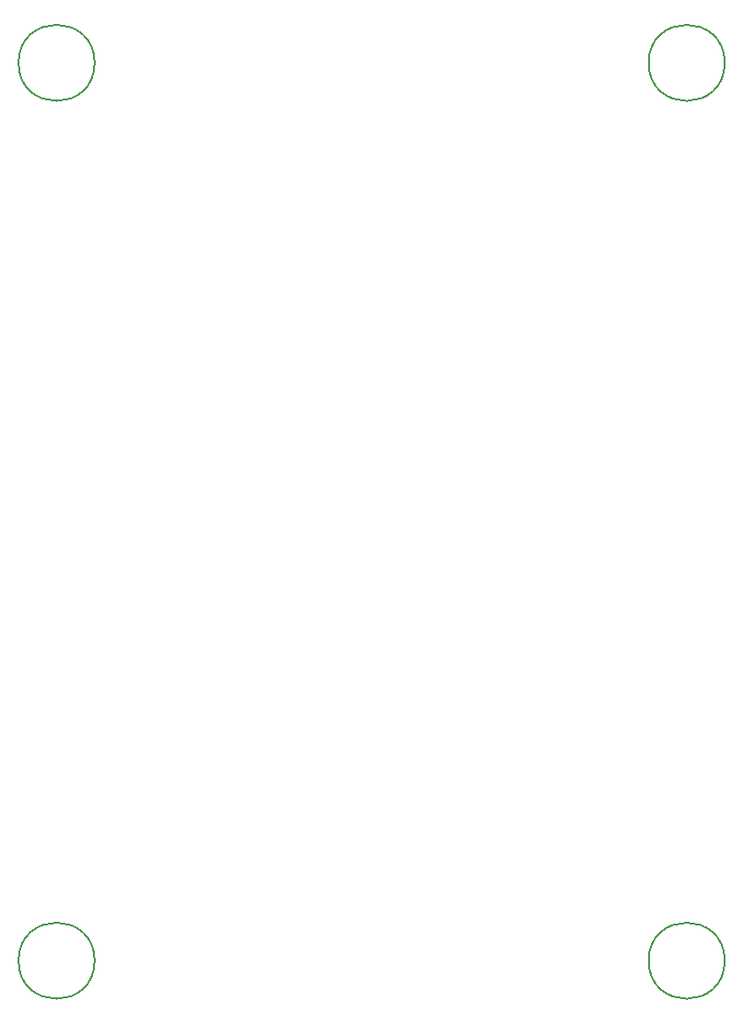
<source format=gbr>
%TF.GenerationSoftware,KiCad,Pcbnew,(6.0.8)*%
%TF.CreationDate,2022-10-08T14:38:13-07:00*%
%TF.ProjectId,9k-Keypad,396b2d4b-6579-4706-9164-2e6b69636164,rev?*%
%TF.SameCoordinates,Original*%
%TF.FileFunction,Other,Comment*%
%FSLAX46Y46*%
G04 Gerber Fmt 4.6, Leading zero omitted, Abs format (unit mm)*
G04 Created by KiCad (PCBNEW (6.0.8)) date 2022-10-08 14:38:13*
%MOMM*%
%LPD*%
G01*
G04 APERTURE LIST*
%ADD10C,0.150000*%
G04 APERTURE END LIST*
D10*
%TO.C,REF\u002A\u002A*%
X89225000Y-69056250D02*
G75*
G03*
X89225000Y-69056250I-3500000J0D01*
G01*
X147168750Y-151606250D02*
G75*
G03*
X147168750Y-151606250I-3500000J0D01*
G01*
X147168750Y-69056250D02*
G75*
G03*
X147168750Y-69056250I-3500000J0D01*
G01*
X89225000Y-151606250D02*
G75*
G03*
X89225000Y-151606250I-3500000J0D01*
G01*
%TD*%
M02*

</source>
